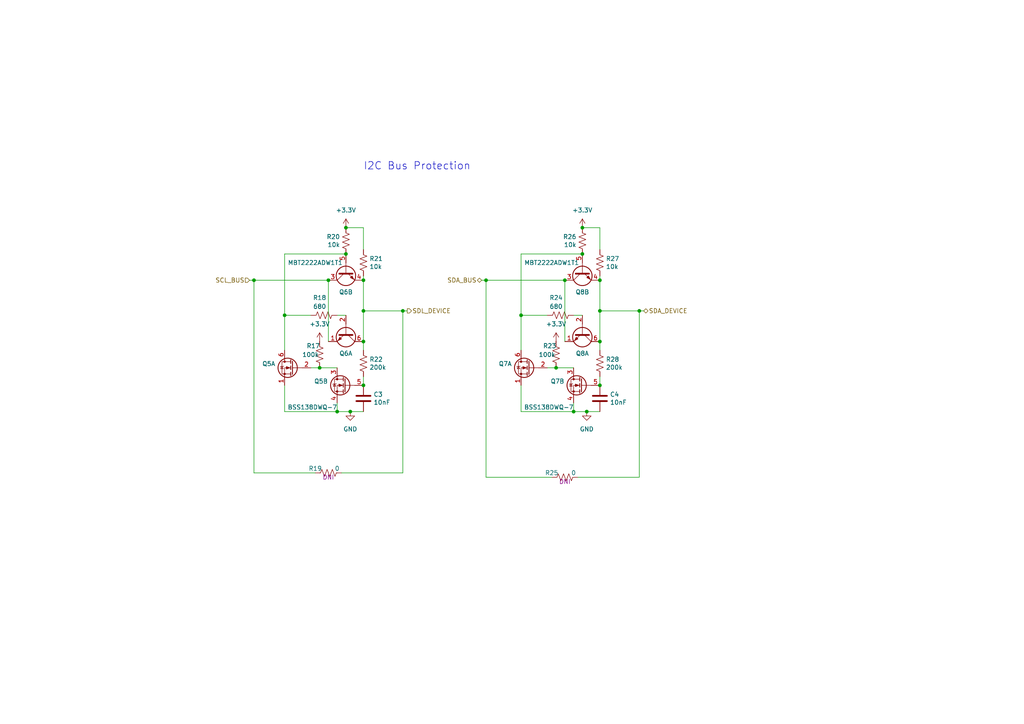
<source format=kicad_sch>
(kicad_sch (version 20250114) (generator "eeschema") (generator_version "9.0")
  (paper "A4")
  (title_block (title "MPPT addon board") (date "2025-04-05") (rev "1.4"))
  (lib_symbols
    (symbol "Device:C" (pin_numbers (hide yes)) (pin_names (offset 0.254))
      (property "Reference" "C" (at 0.635 2.54 0))
      (property "Value" "C" (at 0.635 -2.54 0))
      (symbol "C_0_1"
        (polyline (pts (xy -2.032 0.762) (xy 2.032 0.762)) (stroke (width 0.508)))
        (polyline (pts (xy -2.032 -0.762) (xy 2.032 -0.762)) (stroke (width 0.508)))
      )
      (symbol "C_1_1"
        (pin passive line (at 0 3.81 270) (length 2.794) (name "~") (number "1"))
        (pin passive line (at 0 -3.81 90) (length 2.794) (name "~") (number "2"))
      )
    )
    (symbol "Device:R_US" (pin_numbers (hide yes)) (pin_names (offset 0))
      (property "Reference" "R" (at 2.54 0 90))
      (property "Value" "R_US" (at -2.54 0 90))
      (symbol "R_US_0_1"
        (polyline (pts (xy 0 2.286) (xy 0 2.54)))
        (polyline (pts (xy 0 2.286) (xy 1.016 1.905) (xy 0 1.524) (xy -1.016 1.143) (xy 0 0.762)))
        (polyline (pts (xy 0 0.762) (xy 1.016 0.381) (xy 0 0) (xy -1.016 -0.381) (xy 0 -0.762)))
        (polyline (pts (xy 0 -0.762) (xy 1.016 -1.143) (xy 0 -1.524) (xy -1.016 -1.905) (xy 0 -2.286)))
        (polyline (pts (xy 0 -2.286) (xy 0 -2.54)))
      )
      (symbol "R_US_1_1"
        (pin passive line (at 0 3.81 270) (length 1.27) (name "~") (number "1"))
        (pin passive line (at 0 -3.81 90) (length 1.27) (name "~") (number "2"))
      )
    )
    (symbol "Transistor_BJT:MBT2222ADW1T1" (pin_names (offset 0) (hide yes))
      (property "Reference" "Q" (at 5.08 1.27 0))
      (property "Value" "MBT2222ADW1T1" (at 5.08 -1.27 0))
      (symbol "MBT2222ADW1T1_0_1"
        (polyline (pts (xy 0.635 1.905) (xy 0.635 -1.905)) (stroke (width 0.508)))
        (polyline (pts (xy 0.635 0.635) (xy 2.54 2.54)))
        (polyline (pts (xy 0.635 0) (xy -2.54 0)))
        (polyline (pts (xy 0.635 -0.635) (xy 2.54 -2.54)))
        (circle (center 1.27 0) (radius 2.8194) (stroke (width 0.254)))
        (polyline (pts (xy 1.27 -1.778) (xy 1.778 -1.27) (xy 2.286 -2.286) (xy 1.27 -1.778)) (fill (type outline)))
      )
      (symbol "MBT2222ADW1T1_1_1"
        (pin input line (at -5.08 0 0) (length 2.54) (name "B1") (number "2"))
        (pin passive line (at 2.54 5.08 270) (length 2.54) (name "C1") (number "6"))
        (pin passive line (at 2.54 -5.08 90) (length 2.54) (name "E1") (number "1"))
      )
      (symbol "MBT2222ADW1T1_2_1"
        (pin input line (at -5.08 0 0) (length 2.54) (name "B2") (number "5"))
        (pin passive line (at 2.54 5.08 270) (length 2.54) (name "C2") (number "3"))
        (pin passive line (at 2.54 -5.08 90) (length 2.54) (name "E2") (number "4"))
      )
    )
    (symbol "power:+3.3V" (power) (pin_numbers (hide yes)) (pin_names (offset 0) (hide yes))
      (property "Value" "+3.3V" (at 0 3.556 0))
      (symbol "+3.3V_0_1"
        (polyline (pts (xy -0.762 1.27) (xy 0 2.54)))
        (polyline (pts (xy 0 2.54) (xy 0.762 1.27)))
        (polyline (pts (xy 0 0) (xy 0 2.54)))
      )
      (symbol "+3.3V_1_1"
        (pin power_in line (at 0 0 90) (length 0) (name "~") (number "1"))
      )
    )
    (symbol "power:GND" (power) (pin_numbers (hide yes)) (pin_names (offset 0) (hide yes))
      (property "Value" "GND" (at 0 -3.81 0))
      (symbol "GND_0_1"
        (polyline (pts (xy 0 0) (xy 0 -1.27) (xy 1.27 -1.27) (xy 0 -2.54) (xy -1.27 -1.27) (xy 0 -1.27)))
      )
      (symbol "GND_1_1"
        (pin power_in line (at 0 0 270) (length 0) (name "~") (number "1"))
      )
    )
    (symbol "ssi_transistor:BSS138DWQ-7" (pin_names (offset 0.762) (hide yes))
      (property "Reference" "Q" (at -2.54 5.08 0))
      (property "Value" "BSS138DWQ-7" (at 3.81 6.35 0))
      (symbol "BSS138DWQ-7_1_1"
        (polyline (pts (xy -1.016 1.905) (xy -1.016 -1.905)) (stroke (width 0.254)))
        (polyline (pts (xy -1.016 0) (xy -3.81 0)))
        (polyline (pts (xy -0.508 2.286) (xy -0.508 1.27)) (stroke (width 0.254)))
        (polyline (pts (xy -0.508 0.508) (xy -0.508 -0.508)) (stroke (width 0.254)))
        (polyline (pts (xy -0.508 -1.27) (xy -0.508 -2.286)) (stroke (width 0.254)))
        (polyline (pts (xy -0.508 -1.778) (xy 2.032 -1.778) (xy 2.032 1.778) (xy -0.508 1.778)))
        (polyline (pts (xy -0.254 0) (xy 0.762 0.381) (xy 0.762 -0.381) (xy -0.254 0)) (fill (type outline)))
        (circle (center 0.381 0) (radius 2.794) (stroke (width 0.254)))
        (polyline (pts (xy 1.27 2.54) (xy 1.27 1.778)))
        (circle (center 1.27 1.778) (radius 0.254) (fill (type outline)))
        (circle (center 1.27 -1.778) (radius 0.254) (fill (type outline)))
        (polyline (pts (xy 1.27 -2.54) (xy 1.27 0) (xy -0.508 0)))
        (polyline (pts (xy 1.524 0.508) (xy 1.651 0.381) (xy 2.413 0.381) (xy 2.54 0.254)))
        (polyline (pts (xy 2.032 0.381) (xy 1.651 -0.254) (xy 2.413 -0.254) (xy 2.032 0.381)))
        (pin input line (at -6.35 0 0) (length 2.54) (name "G2") (number "2"))
        (pin passive line (at 1.27 5.08 270) (length 2.54) (name "D1") (number "6"))
        (pin passive line (at 1.27 -5.08 90) (length 2.54) (name "S2") (number "1"))
      )
      (symbol "BSS138DWQ-7_2_1"
        (polyline (pts (xy -1.016 1.905) (xy -1.016 -1.905)) (stroke (width 0.254)))
        (polyline (pts (xy -1.016 0) (xy -3.81 0)))
        (polyline (pts (xy -0.508 2.286) (xy -0.508 1.27)) (stroke (width 0.254)))
        (polyline (pts (xy -0.508 0.508) (xy -0.508 -0.508)) (stroke (width 0.254)))
        (polyline (pts (xy -0.508 -1.27) (xy -0.508 -2.286)) (stroke (width 0.254)))
        (polyline (pts (xy -0.508 -1.778) (xy 2.032 -1.778) (xy 2.032 1.778) (xy -0.508 1.778)))
        (polyline (pts (xy -0.254 0) (xy 0.762 0.381) (xy 0.762 -0.381) (xy -0.254 0)) (fill (type outline)))
        (circle (center 0.381 0) (radius 2.794) (stroke (width 0.254)))
        (polyline (pts (xy 1.27 2.54) (xy 1.27 1.778)))
        (circle (center 1.27 1.778) (radius 0.254) (fill (type outline)))
        (circle (center 1.27 -1.778) (radius 0.254) (fill (type outline)))
        (polyline (pts (xy 1.27 -2.54) (xy 1.27 0) (xy -0.508 0)))
        (polyline (pts (xy 1.524 0.508) (xy 1.651 0.381) (xy 2.413 0.381) (xy 2.54 0.254)))
        (polyline (pts (xy 2.032 0.381) (xy 1.651 -0.254) (xy 2.413 -0.254) (xy 2.032 0.381)))
        (pin input line (at -6.35 0 0) (length 2.54) (name "G1") (number "5"))
        (pin passive line (at 1.27 5.08 270) (length 2.54) (name "D2") (number "3"))
        (pin passive line (at 1.27 -5.08 90) (length 2.54) (name "S1") (number "4"))
      )
    )
  )
  (text "I2C Bus Protection" (at 105.41 49.53 0) (effects (font (size 2.159 2.159)) (justify left bottom)))
  (junction (at 173.99 99.06))
  (junction (at 105.41 111.76))
  (junction (at 105.41 90.17))
  (junction (at 105.41 99.06))
  (junction (at 185.42 90.17))
  (junction (at 105.41 81.28))
  (junction (at 100.33 66.04))
  (junction (at 97.79 119.38))
  (junction (at 82.55 91.44))
  (junction (at 116.84 90.17))
  (junction (at 173.99 81.28))
  (junction (at 168.91 66.04))
  (junction (at 73.66 81.28))
  (junction (at 161.29 106.68))
  (junction (at 170.18 119.38))
  (junction (at 163.83 81.28))
  (junction (at 168.91 73.66))
  (junction (at 140.97 81.28))
  (junction (at 151.13 91.44))
  (junction (at 166.37 119.38))
  (junction (at 95.25 81.28))
  (junction (at 92.71 106.68))
  (junction (at 173.99 111.76))
  (junction (at 101.6 119.38))
  (junction (at 100.33 73.66))
  (junction (at 173.99 90.17))
  (wire (pts (xy 118.11 90.17) (xy 116.84 90.17)))
  (wire (pts (xy 151.13 111.76) (xy 151.13 119.38)))
  (wire (pts (xy 151.13 91.44) (xy 158.75 91.44)))
  (wire (pts (xy 105.41 99.06) (xy 105.41 90.17)))
  (wire (pts (xy 116.84 90.17) (xy 105.41 90.17)))
  (wire (pts (xy 97.79 106.68) (xy 92.71 106.68)))
  (wire (pts (xy 100.33 91.44) (xy 97.79 91.44)))
  (wire (pts (xy 82.55 101.6) (xy 82.55 91.44)))
  (wire (pts (xy 105.41 101.6) (xy 105.41 99.06)))
  (wire (pts (xy 163.83 81.28) (xy 163.83 99.06)))
  (wire (pts (xy 166.37 119.38) (xy 170.18 119.38)))
  (wire (pts (xy 105.41 109.22) (xy 105.41 111.76)))
  (wire (pts (xy 170.18 119.38) (xy 173.99 119.38)))
  (wire (pts (xy 116.84 137.16) (xy 116.84 90.17)))
  (wire (pts (xy 73.66 137.16) (xy 91.44 137.16)))
  (wire (pts (xy 82.55 111.76) (xy 82.55 119.38)))
  (wire (pts (xy 173.99 99.06) (xy 173.99 90.17)))
  (wire (pts (xy 101.6 119.38) (xy 105.41 119.38)))
  (wire (pts (xy 105.41 66.04) (xy 100.33 66.04)))
  (wire (pts (xy 186.69 90.17) (xy 185.42 90.17)))
  (wire (pts (xy 185.42 90.17) (xy 173.99 90.17)))
  (wire (pts (xy 73.66 81.28) (xy 95.25 81.28)))
  (wire (pts (xy 151.13 91.44) (xy 151.13 73.66)))
  (wire (pts (xy 185.42 90.17) (xy 185.42 138.43)))
  (wire (pts (xy 173.99 109.22) (xy 173.99 111.76)))
  (wire (pts (xy 151.13 119.38) (xy 166.37 119.38)))
  (wire (pts (xy 82.55 91.44) (xy 90.17 91.44)))
  (wire (pts (xy 161.29 106.68) (xy 158.75 106.68)))
  (wire (pts (xy 72.39 81.28) (xy 73.66 81.28)))
  (wire (pts (xy 173.99 72.39) (xy 173.99 66.04)))
  (wire (pts (xy 151.13 101.6) (xy 151.13 91.44)))
  (wire (pts (xy 92.71 106.68) (xy 90.17 106.68)))
  (wire (pts (xy 99.06 137.16) (xy 116.84 137.16)))
  (wire (pts (xy 97.79 116.84) (xy 97.79 119.38)))
  (wire (pts (xy 105.41 80.01) (xy 105.41 81.28)))
  (wire (pts (xy 105.41 72.39) (xy 105.41 66.04)))
  (wire (pts (xy 151.13 73.66) (xy 168.91 73.66)))
  (wire (pts (xy 95.25 81.28) (xy 95.25 99.06)))
  (wire (pts (xy 166.37 116.84) (xy 166.37 119.38)))
  (wire (pts (xy 173.99 101.6) (xy 173.99 99.06)))
  (wire (pts (xy 140.97 138.43) (xy 140.97 81.28)))
  (wire (pts (xy 82.55 73.66) (xy 100.33 73.66)))
  (wire (pts (xy 105.41 90.17) (xy 105.41 81.28)))
  (wire (pts (xy 168.91 91.44) (xy 166.37 91.44)))
  (wire (pts (xy 173.99 66.04) (xy 168.91 66.04)))
  (wire (pts (xy 166.37 106.68) (xy 161.29 106.68)))
  (wire (pts (xy 173.99 90.17) (xy 173.99 81.28)))
  (wire (pts (xy 139.7 81.28) (xy 140.97 81.28)))
  (wire (pts (xy 82.55 91.44) (xy 82.55 73.66)))
  (wire (pts (xy 73.66 137.16) (xy 73.66 81.28)))
  (wire (pts (xy 97.79 119.38) (xy 101.6 119.38)))
  (wire (pts (xy 173.99 80.01) (xy 173.99 81.28)))
  (wire (pts (xy 140.97 81.28) (xy 163.83 81.28)))
  (wire (pts (xy 82.55 119.38) (xy 97.79 119.38)))
  (wire (pts (xy 140.97 138.43) (xy 160.02 138.43)))
  (wire (pts (xy 167.64 138.43) (xy 185.42 138.43)))
  (hierarchical_label "SDL_DEVICE" (shape output) (at 118.11 90.17 0))
  (hierarchical_label "SCL_BUS" (shape input) (at 72.39 81.28 180))
  (hierarchical_label "SDA_DEVICE" (shape bidirectional) (at 186.69 90.17 0))
  (hierarchical_label "SDA_BUS" (shape bidirectional) (at 139.7 81.28 180))
  (symbol (lib_id "Device:R_US") (at 92.71 102.87 0) (unit 1)
    (property "Reference" "R3" (at 88.9 100.33 0) (effects (justify left)))
    (property "Value" "100k" (at 87.63 102.87 0) (effects (justify left)))
    (property "Footprint" "Resistor_SMD:R_0603_1608Metric" (effects (hide yes)))
    (property "Description" "100K 0603" (effects (hide yes)))
    (instances (project "MPPT_addon_board" (path "" (reference "R17") (unit 1)) (path "" (reference "R3") (unit 1))) (project "mainboard" (path "" (reference "R93") (unit 1))) (project "Bus_Protection" (path "" (reference "R93") (unit 1))))
  )
  (symbol (lib_id "Device:R_US") (at 173.99 105.41 0) (unit 1)
    (property "Reference" "R12" (at 175.7172 104.2416 0) (effects (justify left)))
    (property "Value" "200k" (at 175.7172 106.553 0) (effects (justify left)))
    (property "Footprint" "Resistor_SMD:R_0603_1608Metric" (effects (hide yes)))
    (property "Description" "200K 0603" (effects (hide yes)))
    (instances (project "MPPT_addon_board" (path "" (reference "R28") (unit 1)) (path "" (reference "R12") (unit 1))) (project "mainboard" (path "" (reference "R96") (unit 1))) (project "Bus_Protection" (path "" (reference "R96") (unit 1))))
  )
  (symbol (lib_id "Device:R_US") (at 163.83 138.43 270) (unit 1)
    (property "Reference" "R14" (at 160.02 137.16 90))
    (property "Value" "0" (at 166.37 137.16 90))
    (property "Footprint" "Resistor_SMD:R_0603_1608Metric" (effects (hide yes)))
    (property "Description" "0 0603" (effects (hide yes)))
    (property "DNI" "DNI" (at 163.83 139.7 90))
    (instances (project "MPPT_addon_board" (path "" (reference "R25") (unit 1)) (path "" (reference "R14") (unit 1))) (project "mainboard" (path "" (reference "R109") (unit 1))) (project "Bus_Protection" (path "" (reference "R109") (unit 1))))
  )
  (symbol (lib_id "ssi_transistor:BSS138DWQ-7") (at 167.64 111.76 0) (mirror y) (unit 2)
    (property "Reference" "Q3" (at 163.703 110.5916 0) (effects (justify left)))
    (property "Value" "BSS138DWQ-7" (effects (hide yes)))
    (property "Footprint" "ssi_transistor:BSS138DWQ-7" (effects (hide yes)))
    (property "Datasheet" "https://www.diodes.com/assets/Datasheets/BSS138DWQ.pdf" (effects (hide yes)))
    (property "Description" "MOSFET BSS Family" (effects (hide yes)))
    (property "Flight" "BSS138DWQ-7" (effects (hide yes)))
    (property "Manufacturer_Name" "Diodes Inc." (effects (hide yes)))
    (property "Manufacturer_Part_Number" "BSS138DWQ-7" (effects (hide yes)))
    (property "Proto" "BSS138DWQ-7" (effects (hide yes)))
    (property "Height" "1.1" (effects (hide yes)))
    (property "Mouser Part Number" "621-BSS138DWQ-7" (effects (hide yes)))
    (property "Mouser Price/Stock" "https://www.mouser.co.uk/ProductDetail/Diodes-Incorporated/BSS138DWQ-7?qs=nJRy1mI8RR9wz3YdMQOQIA%3D%3D" (effects (hide yes)))
    (instances (project "MPPT_addon_board" (path "" (reference "Q7") (unit 2)) (path "" (reference "Q3") (unit 2))) (project "mainboard" (path "" (reference "Q19") (unit 2))) (project "Bus_Protection" (path "" (reference "Q19") (unit 2))))
  )
  (symbol (lib_id "Transistor_BJT:MBT2222ADW1T1") (at 168.91 78.74 90) (mirror x) (unit 2)
    (property "Reference" "Q4" (at 168.91 84.709 90))
    (property "Value" "MBT2222ADW1T1" (at 160.02 76.2 90))
    (property "Footprint" "Package_TO_SOT_SMD:SOT-363_SC-70-6" (effects (hide yes)))
    (property "Datasheet" "http://www.onsemi.com/pub_link/Collateral/MBT2222ADW1T1-D.PDF" (effects (hide yes)))
    (property "Description" "Dual NPN BJT - 2NPN" (effects (hide yes)))
    (property "Flight" "MBT2222ADW1T1" (effects (hide yes)))
    (property "Manufacturer_Name" "ON Semiconductor" (effects (hide yes)))
    (property "Manufacturer_Part_Number" "MBT2222ADW1T1" (effects (hide yes)))
    (property "Proto" "MBT2222ADW1T1" (effects (hide yes)))
    (instances (project "MPPT_addon_board" (path "" (reference "Q8") (unit 2)) (path "" (reference "Q4") (unit 2))) (project "mainboard" (path "" (reference "Q16") (unit 2))) (project "Bus_Protection" (path "" (reference "Q16") (unit 2))))
  )
  (symbol (lib_id "power:GND") (at 101.6 119.38 0) (unit 1)
    (property "Reference" "#PWR020" (effects (hide yes)))
    (property "Value" "GND" (at 101.6 124.46 0))
    (instances (project "MPPT_addon_board" (path "" (reference "#PWR021") (unit 1)) (path "" (reference "#PWR020") (unit 1))))
  )
  (symbol (lib_id "ssi_transistor:BSS138DWQ-7") (at 99.06 111.76 0) (mirror y) (unit 2)
    (property "Reference" "Q1" (at 95.123 110.5916 0) (effects (justify left)))
    (property "Value" "BSS138DWQ-7" (effects (hide yes)))
    (property "Footprint" "ssi_transistor:BSS138DWQ-7" (effects (hide yes)))
    (property "Datasheet" "https://www.diodes.com/assets/Datasheets/BSS138DWQ.pdf" (effects (hide yes)))
    (property "Description" "MOSFET BSS Family" (effects (hide yes)))
    (property "Flight" "BSS138DWQ-7" (effects (hide yes)))
    (property "Manufacturer_Name" "Diodes Inc." (effects (hide yes)))
    (property "Manufacturer_Part_Number" "BSS138DWQ-7" (effects (hide yes)))
    (property "Proto" "BSS138DWQ-7" (effects (hide yes)))
    (property "Height" "1.1" (effects (hide yes)))
    (property "Mouser Part Number" "621-BSS138DWQ-7" (effects (hide yes)))
    (property "Mouser Price/Stock" "https://www.mouser.co.uk/ProductDetail/Diodes-Incorporated/BSS138DWQ-7?qs=nJRy1mI8RR9wz3YdMQOQIA%3D%3D" (effects (hide yes)))
    (instances (project "MPPT_addon_board" (path "" (reference "Q5") (unit 2)) (path "" (reference "Q1") (unit 2))) (project "mainboard" (path "" (reference "Q18") (unit 2))) (project "Bus_Protection" (path "" (reference "Q18") (unit 2))))
  )
  (symbol (lib_id "power:+3.3V") (at 161.29 99.06 0) (unit 1)
    (property "Reference" "#PWR029" (effects (hide yes)))
    (property "Value" "+3.3V" (at 161.29 93.98 0))
    (instances (project "MPPT_addon_board" (path "" (reference "#PWR030") (unit 1)) (path "" (reference "#PWR029") (unit 1))))
  )
  (symbol (lib_id "Device:R_US") (at 93.98 91.44 270) (unit 1)
    (property "Reference" "R4" (at 92.71 86.36 90))
    (property "Value" "680" (at 92.71 88.9 90))
    (property "Footprint" "Resistor_SMD:R_0603_1608Metric" (effects (hide yes)))
    (property "Description" "680 0603" (effects (hide yes)))
    (instances (project "MPPT_addon_board" (path "" (reference "R18") (unit 1)) (path "" (reference "R4") (unit 1))) (project "mainboard" (path "" (reference "R86") (unit 1))) (project "Bus_Protection" (path "" (reference "R86") (unit 1))))
  )
  (symbol (lib_id "Device:R_US") (at 105.41 76.2 0) (unit 1)
    (property "Reference" "R6" (at 107.1372 75.0316 0) (effects (justify left)))
    (property "Value" "10k" (at 107.1372 77.343 0) (effects (justify left)))
    (property "Footprint" "Resistor_SMD:R_0603_1608Metric" (effects (hide yes)))
    (property "Description" "10K 0603" (effects (hide yes)))
    (instances (project "MPPT_addon_board" (path "" (reference "R21") (unit 1)) (path "" (reference "R6") (unit 1))) (project "mainboard" (path "" (reference "R84") (unit 1))) (project "Bus_Protection" (path "" (reference "R84") (unit 1))))
  )
  (symbol (lib_id "Device:C") (at 173.99 115.57 0) (unit 1)
    (property "Reference" "C2" (at 176.911 114.4016 0) (effects (justify left)))
    (property "Value" "10nF" (at 176.911 116.713 0) (effects (justify left)))
    (property "Footprint" "Capacitor_SMD:C_0603_1608Metric" (effects (hide yes)))
    (property "Description" "10nF +-10% 50V X7R" (effects (hide yes)))
    (instances (project "MPPT_addon_board" (path "" (reference "C4") (unit 1)) (path "" (reference "C2") (unit 1))) (project "mainboard" (path "" (reference "C42") (unit 1))) (project "Bus_Protection" (path "" (reference "C42") (unit 1))))
  )
  (symbol (lib_id "Device:R_US") (at 162.56 91.44 270) (unit 1)
    (property "Reference" "R9" (at 161.29 86.36 90))
    (property "Value" "680" (at 161.29 88.9 90))
    (property "Footprint" "Resistor_SMD:R_0603_1608Metric" (effects (hide yes)))
    (property "Description" "680 0603" (effects (hide yes)))
    (instances (project "MPPT_addon_board" (path "" (reference "R24") (unit 1)) (path "" (reference "R9") (unit 1))) (project "mainboard" (path "" (reference "R87") (unit 1))) (project "Bus_Protection" (path "" (reference "R87") (unit 1))))
  )
  (symbol (lib_id "power:+3.3V") (at 100.33 66.04 0) (unit 1)
    (property "Reference" "#PWR014" (effects (hide yes)))
    (property "Value" "+3.3V" (at 100.33 60.96 0))
    (instances (project "MPPT_addon_board" (path "" (reference "#PWR015") (unit 1)) (path "" (reference "#PWR014") (unit 1))))
  )
  (symbol (lib_id "Device:R_US") (at 173.99 76.2 0) (unit 1)
    (property "Reference" "R11" (at 175.7172 75.0316 0) (effects (justify left)))
    (property "Value" "10k" (at 175.7172 77.343 0) (effects (justify left)))
    (property "Footprint" "Resistor_SMD:R_0603_1608Metric" (effects (hide yes)))
    (property "Description" "10K 0603" (effects (hide yes)))
    (instances (project "MPPT_addon_board" (path "" (reference "R27") (unit 1)) (path "" (reference "R11") (unit 1))) (project "mainboard" (path "" (reference "R85") (unit 1))) (project "Bus_Protection" (path "" (reference "R85") (unit 1))))
  )
  (symbol (lib_id "Device:R_US") (at 161.29 102.87 0) (unit 1)
    (property "Reference" "R8" (at 157.48 100.33 0) (effects (justify left)))
    (property "Value" "100k" (at 156.21 102.87 0) (effects (justify left)))
    (property "Footprint" "Resistor_SMD:R_0603_1608Metric" (effects (hide yes)))
    (property "Description" "100K 0603" (effects (hide yes)))
    (instances (project "MPPT_addon_board" (path "" (reference "R23") (unit 1)) (path "" (reference "R8") (unit 1))) (project "mainboard" (path "" (reference "R94") (unit 1))) (project "Bus_Protection" (path "" (reference "R94") (unit 1))))
  )
  (symbol (lib_id "Device:C") (at 105.41 115.57 0) (unit 1)
    (property "Reference" "C1" (at 108.331 114.4016 0) (effects (justify left)))
    (property "Value" "10nF" (at 108.331 116.713 0) (effects (justify left)))
    (property "Footprint" "Capacitor_SMD:C_0603_1608Metric" (effects (hide yes)))
    (property "Description" "10nF +-10% 50V X7R" (effects (hide yes)))
    (instances (project "MPPT_addon_board" (path "" (reference "C3") (unit 1)) (path "" (reference "C1") (unit 1))) (project "mainboard" (path "" (reference "C41") (unit 1))) (project "Bus_Protection" (path "" (reference "C41") (unit 1))))
  )
  (symbol (lib_id "Device:R_US") (at 105.41 105.41 0) (unit 1)
    (property "Reference" "R7" (at 107.1372 104.2416 0) (effects (justify left)))
    (property "Value" "200k" (at 107.1372 106.553 0) (effects (justify left)))
    (property "Footprint" "Resistor_SMD:R_0603_1608Metric" (effects (hide yes)))
    (property "Description" "200K 0603" (effects (hide yes)))
    (instances (project "MPPT_addon_board" (path "" (reference "R22") (unit 1)) (path "" (reference "R7") (unit 1))) (project "mainboard" (path "" (reference "R95") (unit 1))) (project "Bus_Protection" (path "" (reference "R95") (unit 1))))
  )
  (symbol (lib_id "Device:R_US") (at 95.25 137.16 270) (unit 1)
    (property "Reference" "R13" (at 91.44 135.89 90))
    (property "Value" "0" (at 97.79 135.89 90))
    (property "Footprint" "Resistor_SMD:R_0603_1608Metric" (effects (hide yes)))
    (property "Description" "0 0603" (effects (hide yes)))
    (property "DNI" "DNI" (at 95.25 138.43 90))
    (instances (project "MPPT_addon_board" (path "" (reference "R19") (unit 1)) (path "" (reference "R13") (unit 1))) (project "mainboard" (path "" (reference "R108") (unit 1))) (project "Bus_Protection" (path "" (reference "R108") (unit 1))))
  )
  (symbol (lib_id "Transistor_BJT:MBT2222ADW1T1") (at 168.91 96.52 270) (unit 1)
    (property "Reference" "Q4" (at 168.91 102.5144 90))
    (property "Value" "MBT2222ADW1T1" (effects (hide yes)))
    (property "Footprint" "Package_TO_SOT_SMD:SOT-363_SC-70-6" (effects (hide yes)))
    (property "Datasheet" "http://www.onsemi.com/pub_link/Collateral/MBT2222ADW1T1-D.PDF" (effects (hide yes)))
    (property "Description" "Dual NPN BJT - 2NPN" (effects (hide yes)))
    (property "Flight" "MBT2222ADW1T1" (effects (hide yes)))
    (property "Manufacturer_Name" "ON Semiconductor" (effects (hide yes)))
    (property "Manufacturer_Part_Number" "MBT2222ADW1T1" (effects (hide yes)))
    (property "Proto" "MBT2222ADW1T1" (effects (hide yes)))
    (instances (project "MPPT_addon_board" (path "" (reference "Q8") (unit 1)) (path "" (reference "Q4") (unit 1))) (project "mainboard" (path "" (reference "Q16") (unit 1))) (project "Bus_Protection" (path "" (reference "Q16") (unit 1))))
  )
  (symbol (lib_id "Transistor_BJT:MBT2222ADW1T1") (at 100.33 78.74 90) (mirror x) (unit 2)
    (property "Reference" "Q2" (at 100.33 84.709 90))
    (property "Value" "MBT2222ADW1T1" (at 91.44 76.2 90))
    (property "Footprint" "Package_TO_SOT_SMD:SOT-363_SC-70-6" (effects (hide yes)))
    (property "Datasheet" "http://www.onsemi.com/pub_link/Collateral/MBT2222ADW1T1-D.PDF" (effects (hide yes)))
    (property "Description" "Dual NPN BJT - 2NPN" (effects (hide yes)))
    (property "Flight" "MBT2222ADW1T1" (effects (hide yes)))
    (property "Manufacturer_Name" "ON Semiconductor" (effects (hide yes)))
    (property "Manufacturer_Part_Number" "MBT2222ADW1T1" (effects (hide yes)))
    (property "Proto" "MBT2222ADW1T1" (effects (hide yes)))
    (instances (project "MPPT_addon_board" (path "" (reference "Q6") (unit 2)) (path "" (reference "Q2") (unit 2))) (project "mainboard" (path "" (reference "Q15") (unit 2))) (project "Bus_Protection" (path "" (reference "Q15") (unit 2))))
  )
  (symbol (lib_id "Transistor_BJT:MBT2222ADW1T1") (at 100.33 96.52 270) (unit 1)
    (property "Reference" "Q2" (at 100.33 102.5144 90))
    (property "Value" "MBT2222ADW1T1" (effects (hide yes)))
    (property "Footprint" "Package_TO_SOT_SMD:SOT-363_SC-70-6" (effects (hide yes)))
    (property "Datasheet" "http://www.onsemi.com/pub_link/Collateral/MBT2222ADW1T1-D.PDF" (effects (hide yes)))
    (property "Description" "Dual NPN BJT - 2NPN" (effects (hide yes)))
    (property "Flight" "MBT2222ADW1T1" (effects (hide yes)))
    (property "Manufacturer_Name" "ON Semiconductor" (effects (hide yes)))
    (property "Manufacturer_Part_Number" "MBT2222ADW1T1" (effects (hide yes)))
    (property "Proto" "MBT2222ADW1T1" (effects (hide yes)))
    (instances (project "MPPT_addon_board" (path "" (reference "Q6") (unit 1)) (path "" (reference "Q2") (unit 1))) (project "mainboard" (path "" (reference "Q15") (unit 1))) (project "Bus_Protection" (path "" (reference "Q15") (unit 1))))
  )
  (symbol (lib_id "Device:R_US") (at 168.91 69.85 0) (unit 1)
    (property "Reference" "R10" (at 167.2082 68.6816 0) (effects (justify right)))
    (property "Value" "10k" (at 167.2082 70.993 0) (effects (justify right)))
    (property "Footprint" "Resistor_SMD:R_0603_1608Metric" (effects (hide yes)))
    (property "Description" "10K 0603" (effects (hide yes)))
    (instances (project "MPPT_addon_board" (path "" (reference "R26") (unit 1)) (path "" (reference "R10") (unit 1))) (project "mainboard" (path "" (reference "R83") (unit 1))) (project "Bus_Protection" (path "" (reference "R83") (unit 1))))
  )
  (symbol (lib_id "power:+3.3V") (at 168.91 66.04 0) (unit 1)
    (property "Reference" "#PWR016" (effects (hide yes)))
    (property "Value" "+3.3V" (at 168.91 60.96 0))
    (instances (project "MPPT_addon_board" (path "" (reference "#PWR017") (unit 1)) (path "" (reference "#PWR016") (unit 1))))
  )
  (symbol (lib_id "Device:R_US") (at 100.33 69.85 0) (unit 1)
    (property "Reference" "R5" (at 98.6282 68.6816 0) (effects (justify right)))
    (property "Value" "10k" (at 98.6282 70.993 0) (effects (justify right)))
    (property "Footprint" "Resistor_SMD:R_0603_1608Metric" (effects (hide yes)))
    (property "Description" "10K 0603" (effects (hide yes)))
    (instances (project "MPPT_addon_board" (path "" (reference "R20") (unit 1)) (path "" (reference "R5") (unit 1))) (project "mainboard" (path "" (reference "R82") (unit 1))) (project "Bus_Protection" (path "" (reference "R82") (unit 1))))
  )
  (symbol (lib_id "ssi_transistor:BSS138DWQ-7") (at 152.4 106.68 0) (mirror y) (unit 1)
    (property "Reference" "Q3" (at 148.463 105.5116 0) (effects (justify left)))
    (property "Value" "BSS138DWQ-7" (at 166.37 118.11 0) (effects (justify left)))
    (property "Footprint" "ssi_transistor:BSS138DWQ-7" (effects (hide yes)))
    (property "Datasheet" "https://www.diodes.com/assets/Datasheets/BSS138DWQ.pdf" (effects (hide yes)))
    (property "Description" "MOSFET BSS Family" (effects (hide yes)))
    (property "Flight" "BSS138DWQ-7" (effects (hide yes)))
    (property "Manufacturer_Name" "Diodes Inc." (effects (hide yes)))
    (property "Manufacturer_Part_Number" "BSS138DWQ-7" (effects (hide yes)))
    (property "Proto" "BSS138DWQ-7" (effects (hide yes)))
    (property "Height" "1.1" (effects (hide yes)))
    (property "Mouser Part Number" "621-BSS138DWQ-7" (effects (hide yes)))
    (property "Mouser Price/Stock" "https://www.mouser.co.uk/ProductDetail/Diodes-Incorporated/BSS138DWQ-7?qs=nJRy1mI8RR9wz3YdMQOQIA%3D%3D" (effects (hide yes)))
    (instances (project "MPPT_addon_board" (path "" (reference "Q7") (unit 1)) (path "" (reference "Q3") (unit 1))) (project "mainboard" (path "" (reference "Q19") (unit 1))) (project "Bus_Protection" (path "" (reference "Q19") (unit 1))))
  )
  (symbol (lib_id "power:GND") (at 170.18 119.38 0) (unit 1)
    (property "Reference" "#PWR018" (effects (hide yes)))
    (property "Value" "GND" (at 170.18 124.46 0))
    (instances (project "MPPT_addon_board" (path "" (reference "#PWR019") (unit 1)) (path "" (reference "#PWR018") (unit 1))))
  )
  (symbol (lib_id "ssi_transistor:BSS138DWQ-7") (at 83.82 106.68 0) (mirror y) (unit 1)
    (property "Reference" "Q1" (at 79.883 105.5116 0) (effects (justify left)))
    (property "Value" "BSS138DWQ-7" (at 97.79 118.11 0) (effects (justify left)))
    (property "Footprint" "ssi_transistor:BSS138DWQ-7" (effects (hide yes)))
    (property "Datasheet" "https://www.diodes.com/assets/Datasheets/BSS138DWQ.pdf" (effects (hide yes)))
    (property "Description" "MOSFET BSS Family" (effects (hide yes)))
    (property "Flight" "BSS138DWQ-7" (effects (hide yes)))
    (property "Manufacturer_Name" "Diodes Inc." (effects (hide yes)))
    (property "Manufacturer_Part_Number" "BSS138DWQ-7" (effects (hide yes)))
    (property "Proto" "BSS138DWQ-7" (effects (hide yes)))
    (property "Height" "1.1" (effects (hide yes)))
    (property "Mouser Part Number" "621-BSS138DWQ-7" (effects (hide yes)))
    (property "Mouser Price/Stock" "https://www.mouser.co.uk/ProductDetail/Diodes-Incorporated/BSS138DWQ-7?qs=nJRy1mI8RR9wz3YdMQOQIA%3D%3D" (effects (hide yes)))
    (instances (project "MPPT_addon_board" (path "" (reference "Q5") (unit 1)) (path "" (reference "Q1") (unit 1))) (project "mainboard" (path "" (reference "Q18") (unit 1))) (project "Bus_Protection" (path "" (reference "Q18") (unit 1))))
  )
  (symbol (lib_id "power:+3.3V") (at 92.71 99.06 0) (unit 1)
    (property "Reference" "#PWR027" (effects (hide yes)))
    (property "Value" "+3.3V" (at 92.71 93.98 0))
    (instances (project "MPPT_addon_board" (path "" (reference "#PWR028") (unit 1)) (path "" (reference "#PWR027") (unit 1))))
  )
)
</source>
